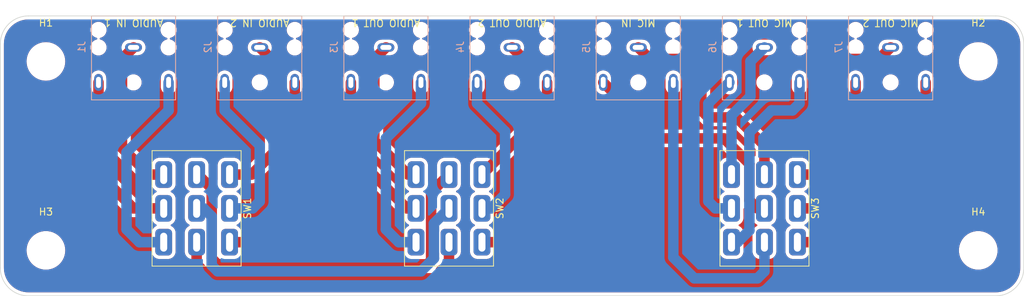
<source format=kicad_pcb>
(kicad_pcb (version 20211014) (generator pcbnew)
  (title_block (title "Audio multiplexer") (date "15/07/2022") (company "(C) Adrien RICCIARDI"))
  (layers (0 "F.Cu" signal) (31 "B.Cu" signal) (34 "B.Paste" user) (35 "F.Paste" user) (36 "B.SilkS" user "B.Silkscreen") (37 "F.SilkS" user "F.Silkscreen") (38 "B.Mask" user) (39 "F.Mask" user) (44 "Edge.Cuts" user))
  (net 0 "")
  (net 1 "Net-(J1-Pad1)")
  (net 2 "Net-(J1-Pad2)")
  (net 3 "Net-(J1-Pad5)")
  (net 4 "Net-(J2-Pad1)")
  (net 5 "Net-(J2-Pad2)")
  (net 6 "Net-(J2-Pad5)")
  (net 7 "Net-(J3-Pad1)")
  (net 8 "Net-(J3-Pad2)")
  (net 9 "Net-(J3-Pad5)")
  (net 10 "Net-(J4-Pad1)")
  (net 11 "Net-(J4-Pad2)")
  (net 12 "Net-(J4-Pad5)")
  (net 13 "Net-(J5-Pad1)")
  (net 14 "Net-(J5-Pad2)")
  (net 15 "Net-(J5-Pad5)")
  (net 16 "Net-(J6-Pad1)")
  (net 17 "Net-(J6-Pad2)")
  (net 18 "Net-(J6-Pad5)")
  (net 19 "Net-(J7-Pad1)")
  (net 20 "Net-(J7-Pad2)")
  (net 21 "Net-(J7-Pad5)")
  (net 22 "Net-(SW1-Pad2)")
  (net 23 "Net-(SW1-Pad5)")
  (net 24 "Net-(SW1-Pad8)")
  (footprint "MountingHole:MountingHole_4.5mm" (layer "F.Cu") (at 83.5 81)
    (fp_text reference "H1" (at 0 -5.5) (layer "F.SilkS"))
    (fp_text value "MountingHole" hide)
    (pad "" np_thru_hole circle (at 0 0) (size 4.5 4.5) (drill 4.5) (layers *.Cu *.Mask))
  )
  (footprint "MountingHole:MountingHole_4.5mm" (layer "F.Cu") (at 216.5 108)
    (fp_text reference "H4" (at 0 -5.5) (layer "F.SilkS"))
    (fp_text value "MountingHole" hide)
    (pad "" np_thru_hole circle (at 0 0) (size 4.5 4.5) (drill 4.5) (layers *.Cu *.Mask))
  )
  (footprint "7301SYZQE:7301SYZQE" (layer "F.Cu") (at 186 102 90)
    (fp_text reference "SW3" (at 0 7.25 90 unlocked) (layer "F.SilkS"))
    (fp_text value "7301SYZQE" hide)
    (fp_line (start 8.255 6.35) (end -8.255 6.35) (layer "F.SilkS") (width 0.12))
    (fp_line (start -8.255 6.35) (end -8.255 -6.35) (layer "F.SilkS") (width 0.12))
    (fp_line (start -8.255 -6.35) (end 8.255 -6.35) (layer "F.SilkS") (width 0.12))
    (fp_line (start 8.255 -6.35) (end 8.255 6.35) (layer "F.SilkS") (width 0.12))
    (pad "1" thru_hole roundrect (at -4.83 4.7 90) (size 3.8 2.4) (drill oval 2.7 1) (layers *.Cu *.Mask) (net 21 "Net-(J7-Pad5)"))
    (pad "2" thru_hole roundrect (at -4.83 0 90) (size 3.8 2.4) (drill oval 2.7 1) (layers *.Cu *.Mask) (net 15 "Net-(J5-Pad5)"))
    (pad "3" thru_hole roundrect (at -4.83 -4.7 90) (size 3.8 2.4) (drill oval 2.7 1) (layers *.Cu *.Mask) (net 18 "Net-(J6-Pad5)"))
    (pad "4" thru_hole roundrect (at 0 4.7 90) (size 3.8 2.4) (drill oval 2.7 1) (layers *.Cu *.Mask) (net 20 "Net-(J7-Pad2)"))
    (pad "5" thru_hole roundrect (at 0 0 90) (size 3.8 2.4) (drill oval 2.7 1) (layers *.Cu *.Mask) (net 14 "Net-(J5-Pad2)"))
    (pad "6" thru_hole roundrect (at 0 -4.7 90) (size 3.8 2.4) (drill oval 2.7 1) (layers *.Cu *.Mask) (net 17 "Net-(J6-Pad2)"))
    (pad "7" thru_hole roundrect (at 4.83 4.7 90) (size 3.8 2.4) (drill oval 2.7 1) (layers *.Cu *.Mask) (net 19 "Net-(J7-Pad1)"))
    (pad "8" thru_hole roundrect (at 4.83 0 90) (size 3.8 2.4) (drill oval 2.7 1) (layers *.Cu *.Mask) (net 13 "Net-(J5-Pad1)"))
    (pad "9" thru_hole roundrect (at 4.83 -4.7 90) (size 3.8 2.4) (drill oval 2.7 1) (layers *.Cu *.Mask) (net 16 "Net-(J6-Pad1)"))
  )
  (footprint "7301SYZQE:7301SYZQE" (layer "F.Cu") (at 141 102 90)
    (fp_text reference "SW2" (at 0 7.25 90 unlocked) (layer "F.SilkS"))
    (fp_text value "7301SYZQE" hide)
    (fp_line (start 8.255 6.35) (end -8.255 6.35) (layer "F.SilkS") (width 0.12))
    (fp_line (start -8.255 -6.35) (end 8.255 -6.35) (layer "F.SilkS") (width 0.12))
    (fp_line (start -8.255 6.35) (end -8.255 -6.35) (layer "F.SilkS") (width 0.12))
    (fp_line (start 8.255 -6.35) (end 8.255 6.35) (layer "F.SilkS") (width 0.12))
    (pad "1" thru_hole roundrect (at -4.83 4.7 90) (size 3.8 2.4) (drill oval 2.7 1) (layers *.Cu *.Mask) (net 12 "Net-(J4-Pad5)"))
    (pad "2" thru_hole roundrect (at -4.83 0 90) (size 3.8 2.4) (drill oval 2.7 1) (layers *.Cu *.Mask) (net 22 "Net-(SW1-Pad2)"))
    (pad "3" thru_hole roundrect (at -4.83 -4.7 90) (size 3.8 2.4) (drill oval 2.7 1) (layers *.Cu *.Mask) (net 9 "Net-(J3-Pad5)"))
    (pad "4" thru_hole roundrect (at 0 4.7 90) (size 3.8 2.4) (drill oval 2.7 1) (layers *.Cu *.Mask) (net 11 "Net-(J4-Pad2)"))
    (pad "5" thru_hole roundrect (at 0 0 90) (size 3.8 2.4) (drill oval 2.7 1) (layers *.Cu *.Mask) (net 23 "Net-(SW1-Pad5)"))
    (pad "6" thru_hole roundrect (at 0 -4.7 90) (size 3.8 2.4) (drill oval 2.7 1) (layers *.Cu *.Mask) (net 8 "Net-(J3-Pad2)"))
    (pad "7" thru_hole roundrect (at 4.83 4.7 90) (size 3.8 2.4) (drill oval 2.7 1) (layers *.Cu *.Mask) (net 10 "Net-(J4-Pad1)"))
    (pad "8" thru_hole roundrect (at 4.83 0 90) (size 3.8 2.4) (drill oval 2.7 1) (layers *.Cu *.Mask) (net 24 "Net-(SW1-Pad8)"))
    (pad "9" thru_hole roundrect (at 4.83 -4.7 90) (size 3.8 2.4) (drill oval 2.7 1) (layers *.Cu *.Mask) (net 7 "Net-(J3-Pad1)"))
  )
  (footprint "7301SYZQE:7301SYZQE" (layer "F.Cu") (at 105 102 90)
    (fp_text reference "SW1" (at 0 7.25 90 unlocked) (layer "F.SilkS"))
    (fp_text value "7301SYZQE" hide)
    (fp_line (start -8.255 6.35) (end -8.255 -6.35) (layer "F.SilkS") (width 0.12))
    (fp_line (start 8.255 6.35) (end -8.255 6.35) (layer "F.SilkS") (width 0.12))
    (fp_line (start -8.255 -6.35) (end 8.255 -6.35) (layer "F.SilkS") (width 0.12))
    (fp_line (start 8.255 -6.35) (end 8.255 6.35) (layer "F.SilkS") (width 0.12))
    (pad "1" thru_hole roundrect (at -4.83 4.7 90) (size 3.8 2.4) (drill oval 2.7 1) (layers *.Cu *.Mask) (net 6 "Net-(J2-Pad5)"))
    (pad "2" thru_hole roundrect (at -4.83 0 90) (size 3.8 2.4) (drill oval 2.7 1) (layers *.Cu *.Mask) (net 22 "Net-(SW1-Pad2)"))
    (pad "3" thru_hole roundrect (at -4.83 -4.7 90) (size 3.8 2.4) (drill oval 2.7 1) (layers *.Cu *.Mask) (net 3 "Net-(J1-Pad5)"))
    (pad "4" thru_hole roundrect (at 0 4.7 90) (size 3.8 2.4) (drill oval 2.7 1) (layers *.Cu *.Mask) (net 5 "Net-(J2-Pad2)"))
    (pad "5" thru_hole roundrect (at 0 0 90) (size 3.8 2.4) (drill oval 2.7 1) (layers *.Cu *.Mask) (net 23 "Net-(SW1-Pad5)"))
    (pad "6" thru_hole roundrect (at 0 -4.7 90) (size 3.8 2.4) (drill oval 2.7 1) (layers *.Cu *.Mask) (net 2 "Net-(J1-Pad2)"))
    (pad "7" thru_hole roundrect (at 4.83 4.7 90) (size 3.8 2.4) (drill oval 2.7 1) (layers *.Cu *.Mask) (net 4 "Net-(J2-Pad1)"))
    (pad "8" thru_hole roundrect (at 4.83 0 90) (size 3.8 2.4) (drill oval 2.7 1) (layers *.Cu *.Mask) (net 24 "Net-(SW1-Pad8)"))
    (pad "9" thru_hole roundrect (at 4.83 -4.7 90) (size 3.8 2.4) (drill oval 2.7 1) (layers *.Cu *.Mask) (net 1 "Net-(J1-Pad1)"))
  )
  (footprint "MountingHole:MountingHole_4.5mm" (layer "F.Cu") (at 83.5 108)
    (fp_text reference "H3" (at 0 -5.5) (layer "F.SilkS"))
    (fp_text value "MountingHole" hide)
    (pad "" np_thru_hole circle (at 0 0) (size 4.5 4.5) (drill 4.5) (layers *.Cu *.Mask))
  )
  (footprint "MountingHole:MountingHole_4.5mm" (layer "F.Cu") (at 216.5 81)
    (fp_text reference "H2" (at 0 -5.5) (layer "F.SilkS"))
    (fp_text value "MountingHole" hide)
    (pad "" np_thru_hole circle (at 0 0) (size 4.5 4.5) (drill 4.5) (layers *.Cu *.Mask))
  )
  (footprint "FC68131:FC68131" (layer "B.Cu") (at 204 79 -90)
    (fp_text reference "J7" (at -0.055 7.389 90) (layer "B.SilkS") (effects (justify mirror)))
    (fp_text value "FC68131" hide)
    (fp_line (start -4.5 -6) (end -4.5 6) (layer "B.SilkS") (width 0.127))
    (fp_line (start 7.5 -6) (end -4.5 -6) (layer "B.SilkS") (width 0.127))
    (fp_line (start 7.5 6) (end 7.5 -6) (layer "B.SilkS") (width 0.127))
    (fp_line (start -4.5 6) (end 7.5 6) (layer "B.SilkS") (width 0.127))
    (pad "" np_thru_hole circle (at 0 5 270) (size 1.3 1.3) (drill 1.3) (layers *.Cu *.Mask))
    (pad "" np_thru_hole circle (at 5 0 270) (size 1.3 1.3) (drill 1.3) (layers *.Cu *.Mask))
    (pad "" np_thru_hole circle (at 0 -5 270) (size 1.3 1.3) (drill 1.3) (layers *.Cu *.Mask))
    (pad "" np_thru_hole circle (at -2.5 -5 270) (size 1.3 1.3) (drill 1.3) (layers *.Cu *.Mask))
    (pad "" np_thru_hole circle (at -2.5 5 270) (size 1.3 1.3) (drill 1.3) (layers *.Cu *.Mask))
    (pad "1" thru_hole oval (at 0 0 270) (size 1.208 2.416) (drill oval 0.7 1.6) (layers *.Cu *.Mask) (net 19 "Net-(J7-Pad1)"))
    (pad "2" thru_hole oval (at 5 5 270) (size 2.416 1.208) (drill oval 1.6 0.7) (layers *.Cu *.Mask) (net 20 "Net-(J7-Pad2)"))
    (pad "5" thru_hole oval (at 5 -5 270) (size 2.416 1.208) (drill oval 1.6 0.7) (layers *.Cu *.Mask) (net 21 "Net-(J7-Pad5)"))
  )
  (footprint "FC68131:FC68131" (layer "B.Cu") (at 132 79 -90)
    (fp_text reference "J3" (at -0.055 7.389 90) (layer "B.SilkS") (effects (justify mirror)))
    (fp_text value "FC68131" hide)
    (fp_line (start -4.5 -6) (end -4.5 6) (layer "B.SilkS") (width 0.127))
    (fp_line (start 7.5 6) (end 7.5 -6) (layer "B.SilkS") (width 0.127))
    (fp_line (start 7.5 -6) (end -4.5 -6) (layer "B.SilkS") (width 0.127))
    (fp_line (start -4.5 6) (end 7.5 6) (layer "B.SilkS") (width 0.127))
    (pad "" np_thru_hole circle (at -2.5 -5 270) (size 1.3 1.3) (drill 1.3) (layers *.Cu *.Mask))
    (pad "" np_thru_hole circle (at 5 0 270) (size 1.3 1.3) (drill 1.3) (layers *.Cu *.Mask))
    (pad "" np_thru_hole circle (at -2.5 5 270) (size 1.3 1.3) (drill 1.3) (layers *.Cu *.Mask))
    (pad "" np_thru_hole circle (at 0 -5 270) (size 1.3 1.3) (drill 1.3) (layers *.Cu *.Mask))
    (pad "" np_thru_hole circle (at 0 5 270) (size 1.3 1.3) (drill 1.3) (layers *.Cu *.Mask))
    (pad "1" thru_hole oval (at 0 0 270) (size 1.208 2.416) (drill oval 0.7 1.6) (layers *.Cu *.Mask) (net 7 "Net-(J3-Pad1)"))
    (pad "2" thru_hole oval (at 5 5 270) (size 2.416 1.208) (drill oval 1.6 0.7) (layers *.Cu *.Mask) (net 8 "Net-(J3-Pad2)"))
    (pad "5" thru_hole oval (at 5 -5 270) (size 2.416 1.208) (drill oval 1.6 0.7) (layers *.Cu *.Mask) (net 9 "Net-(J3-Pad5)"))
  )
  (footprint "FC68131:FC68131" (layer "B.Cu") (at 150 79 -90)
    (fp_text reference "J4" (at -0.055 7.389 90) (layer "B.SilkS") (effects (justify mirror)))
    (fp_text value "FC68131" hide)
    (fp_line (start -4.5 6) (end 7.5 6) (layer "B.SilkS") (width 0.127))
    (fp_line (start 7.5 -6) (end -4.5 -6) (layer "B.SilkS") (width 0.127))
    (fp_line (start -4.5 -6) (end -4.5 6) (layer "B.SilkS") (width 0.127))
    (fp_line (start 7.5 6) (end 7.5 -6) (layer "B.SilkS") (width 0.127))
    (pad "" np_thru_hole circle (at 0 -5 270) (size 1.3 1.3) (drill 1.3) (layers *.Cu *.Mask))
    (pad "" np_thru_hole circle (at -2.5 5 270) (size 1.3 1.3) (drill 1.3) (layers *.Cu *.Mask))
    (pad "" np_thru_hole circle (at 0 5 270) (size 1.3 1.3) (drill 1.3) (layers *.Cu *.Mask))
    (pad "" np_thru_hole circle (at 5 0 270) (size 1.3 1.3) (drill 1.3) (layers *.Cu *.Mask))
    (pad "" np_thru_hole circle (at -2.5 -5 270) (size 1.3 1.3) (drill 1.3) (layers *.Cu *.Mask))
    (pad "1" thru_hole oval (at 0 0 270) (size 1.208 2.416) (drill oval 0.7 1.6) (layers *.Cu *.Mask) (net 10 "Net-(J4-Pad1)"))
    (pad "2" thru_hole oval (at 5 5 270) (size 2.416 1.208) (drill oval 1.6 0.7) (layers *.Cu *.Mask) (net 11 "Net-(J4-Pad2)"))
    (pad "5" thru_hole oval (at 5 -5 270) (size 2.416 1.208) (drill oval 1.6 0.7) (layers *.Cu *.Mask) (net 12 "Net-(J4-Pad5)"))
  )
  (footprint "FC68131:FC68131" (layer "B.Cu") (at 168 79 -90)
    (fp_text reference "J5" (at -0.055 7.389 90) (layer "B.SilkS") (effects (justify mirror)))
    (fp_text value "FC68131" hide)
    (fp_line (start 7.5 -6) (end -4.5 -6) (layer "B.SilkS") (width 0.127))
    (fp_line (start 7.5 6) (end 7.5 -6) (layer "B.SilkS") (width 0.127))
    (fp_line (start -4.5 6) (end 7.5 6) (layer "B.SilkS") (width 0.127))
    (fp_line (start -4.5 -6) (end -4.5 6) (layer "B.SilkS") (width 0.127))
    (pad "" np_thru_hole circle (at 5 0 270) (size 1.3 1.3) (drill 1.3) (layers *.Cu *.Mask))
    (pad "" np_thru_hole circle (at 0 -5 270) (size 1.3 1.3) (drill 1.3) (layers *.Cu *.Mask))
    (pad "" np_thru_hole circle (at 0 5 270) (size 1.3 1.3) (drill 1.3) (layers *.Cu *.Mask))
    (pad "" np_thru_hole circle (at -2.5 -5 270) (size 1.3 1.3) (drill 1.3) (layers *.Cu *.Mask))
    (pad "" np_thru_hole circle (at -2.5 5 270) (size 1.3 1.3) (drill 1.3) (layers *.Cu *.Mask))
    (pad "1" thru_hole oval (at 0 0 270) (size 1.208 2.416) (drill oval 0.7 1.6) (layers *.Cu *.Mask) (net 13 "Net-(J5-Pad1)"))
    (pad "2" thru_hole oval (at 5 5 270) (size 2.416 1.208) (drill oval 1.6 0.7) (layers *.Cu *.Mask) (net 14 "Net-(J5-Pad2)"))
    (pad "5" thru_hole oval (at 5 -5 270) (size 2.416 1.208) (drill oval 1.6 0.7) (layers *.Cu *.Mask) (net 15 "Net-(J5-Pad5)"))
  )
  (footprint "FC68131:FC68131" (layer "B.Cu") (at 96 79 -90)
    (fp_text reference "J1" (at -0.055 7.389 90) (layer "B.SilkS") (effects (justify mirror)))
    (fp_text value "FC68131" hide)
    (fp_line (start 7.5 -6) (end -4.5 -6) (layer "B.SilkS") (width 0.127))
    (fp_line (start 7.5 6) (end 7.5 -6) (layer "B.SilkS") (width 0.127))
    (fp_line (start -4.5 -6) (end -4.5 6) (layer "B.SilkS") (width 0.127))
    (fp_line (start -4.5 6) (end 7.5 6) (layer "B.SilkS") (width 0.127))
    (pad "" np_thru_hole circle (at 0 5 270) (size 1.3 1.3) (drill 1.3) (layers *.Cu *.Mask))
    (pad "" np_thru_hole circle (at -2.5 -5 270) (size 1.3 1.3) (drill 1.3) (layers *.Cu *.Mask))
    (pad "" np_thru_hole circle (at -2.5 5 270) (size 1.3 1.3) (drill 1.3) (layers *.Cu *.Mask))
    (pad "" np_thru_hole circle (at 0 -5 270) (size 1.3 1.3) (drill 1.3) (layers *.Cu *.Mask))
    (pad "" np_thru_hole circle (at 5 0 270) (size 1.3 1.3) (drill 1.3) (layers *.Cu *.Mask))
    (pad "1" thru_hole oval (at 0 0 270) (size 1.208 2.416) (drill oval 0.7 1.6) (layers *.Cu *.Mask) (net 1 "Net-(J1-Pad1)"))
    (pad "2" thru_hole oval (at 5 5 270) (size 2.416 1.208) (drill oval 1.6 0.7) (layers *.Cu *.Mask) (net 2 "Net-(J1-Pad2)"))
    (pad "5" thru_hole oval (at 5 -5 270) (size 2.416 1.208) (drill oval 1.6 0.7) (layers *.Cu *.Mask) (net 3 "Net-(J1-Pad5)"))
  )
  (footprint "FC68131:FC68131" (layer "B.Cu") (at 186 79 -90)
    (fp_text reference "J6" (at -0.055 7.389 90) (layer "B.SilkS") (effects (justify mirror)))
    (fp_text value "FC68131" hide)
    (fp_line (start 7.5 6) (end 7.5 -6) (layer "B.SilkS") (width 0.127))
    (fp_line (start -4.5 -6) (end -4.5 6) (layer "B.SilkS") (width 0.127))
    (fp_line (start 7.5 -6) (end -4.5 -6) (layer "B.SilkS") (width 0.127))
    (fp_line (start -4.5 6) (end 7.5 6) (layer "B.SilkS") (width 0.127))
    (pad "" np_thru_hole circle (at 0 5 270) (size 1.3 1.3) (drill 1.3) (layers *.Cu *.Mask))
    (pad "" np_thru_hole circle (at 0 -5 270) (size 1.3 1.3) (drill 1.3) (layers *.Cu *.Mask))
    (pad "" np_thru_hole circle (at -2.5 5 270) (size 1.3 1.3) (drill 1.3) (layers *.Cu *.Mask))
    (pad "" np_thru_hole circle (at -2.5 -5 270) (size 1.3 1.3) (drill 1.3) (layers *.Cu *.Mask))
    (pad "" np_thru_hole circle (at 5 0 270) (size 1.3 1.3) (drill 1.3) (layers *.Cu *.Mask))
    (pad "1" thru_hole oval (at 0 0 270) (size 1.208 2.416) (drill oval 0.7 1.6) (layers *.Cu *.Mask) (net 16 "Net-(J6-Pad1)"))
    (pad "2" thru_hole oval (at 5 5 270) (size 2.416 1.208) (drill oval 1.6 0.7) (layers *.Cu *.Mask) (net 17 "Net-(J6-Pad2)"))
    (pad "5" thru_hole oval (at 5 -5 270) (size 2.416 1.208) (drill oval 1.6 0.7) (layers *.Cu *.Mask) (net 18 "Net-(J6-Pad5)"))
  )
  (footprint "FC68131:FC68131" (layer "B.Cu") (at 114 79 -90)
    (fp_text reference "J2" (at -0.055 7.389 90) (layer "B.SilkS") (effects (justify mirror)))
    (fp_text value "FC68131" hide)
    (fp_line (start -4.5 -6) (end -4.5 6) (layer "B.SilkS") (width 0.127))
    (fp_line (start 7.5 6) (end 7.5 -6) (layer "B.SilkS") (width 0.127))
    (fp_line (start -4.5 6) (end 7.5 6) (layer "B.SilkS") (width 0.127))
    (fp_line (start 7.5 -6) (end -4.5 -6) (layer "B.SilkS") (width 0.127))
    (pad "" np_thru_hole circle (at -2.5 -5 270) (size 1.3 1.3) (drill 1.3) (layers *.Cu *.Mask))
    (pad "" np_thru_hole circle (at 5 0 270) (size 1.3 1.3) (drill 1.3) (layers *.Cu *.Mask))
    (pad "" np_thru_hole circle (at -2.5 5 270) (size 1.3 1.3) (drill 1.3) (layers *.Cu *.Mask))
    (pad "" np_thru_hole circle (at 0 -5 270) (size 1.3 1.3) (drill 1.3) (layers *.Cu *.Mask))
    (pad "" np_thru_hole circle (at 0 5 270) (size 1.3 1.3) (drill 1.3) (layers *.Cu *.Mask))
    (pad "1" thru_hole oval (at 0 0 270) (size 1.208 2.416) (drill oval 0.7 1.6) (layers *.Cu *.Mask) (net 4 "Net-(J2-Pad1)"))
    (pad "2" thru_hole oval (at 5 5 270) (size 2.416 1.208) (drill oval 1.6 0.7) (layers *.Cu *.Mask) (net 5 "Net-(J2-Pad2)"))
    (pad "5" thru_hole oval (at 5 -5 270) (size 2.416 1.208) (drill oval 1.6 0.7) (layers *.Cu *.Mask) (net 6 "Net-(J2-Pad5)"))
  )
  (gr_line (start 77 78.5) (end 77 110.5) (layer "Edge.Cuts") (width 0.1))
  (gr_arc (start 77 78.5) (mid 78.171573 75.671573) (end 81 74.5) (layer "Edge.Cuts") (width 0.1))
  (gr_arc (start 219 74.5) (mid 221.828427 75.671573) (end 223 78.5) (layer "Edge.Cuts") (width 0.1))
  (gr_arc (start 223 110.5) (mid 221.828427 113.328427) (end 219 114.5) (layer "Edge.Cuts") (width 0.1))
  (gr_line (start 81 114.5) (end 219 114.5) (layer "Edge.Cuts") (width 0.1))
  (gr_line (start 223 78.5) (end 223 110.5) (layer "Edge.Cuts") (width 0.1))
  (gr_line (start 219 74.5) (end 81 74.5) (layer "Edge.Cuts") (width 0.1))
  (gr_arc (start 81 114.5) (mid 78.171573 113.328427) (end 77 110.5) (layer "Edge.Cuts") (width 0.1))
  (gr_text "AUDIO OUT 1" (at 132 75.5 180) (layer "F.SilkS") (effects (font (size 1 1))))
  (gr_text "AUDIO IN 1" (at 96 75.5 180) (layer "F.SilkS") (effects (font (size 1 1))))
  (gr_text "MIC IN" (at 168 75.5 180) (layer "F.SilkS") (effects (font (size 1 1))))
  (gr_text "AUDIO OUT 2" (at 150 75.5 180) (layer "F.SilkS") (effects (font (size 1 1))))
  (gr_text "MIC OUT 1" (at 186 75.5 180) (layer "F.SilkS") (effects (font (size 1 1))))
  (gr_text "MIC OUT 2" (at 204 75.5 180) (layer "F.SilkS") (effects (font (size 1 1))))
  (gr_text "AUDIO IN 2" (at 114 75.5 180) (layer "F.SilkS") (effects (font (size 1 1))))
  (segment (start 98.17 97.17) (end 100.3 97.17) (width 1.5) (layer "F.Cu") (net 1))
  (segment (start 94.349999 93.349999) (end 98.17 97.17) (width 1.5) (layer "F.Cu") (net 1))
  (segment (start 96 79) (end 94.349999 80.650001) (width 1.5) (layer "F.Cu") (net 1))
  (segment (start 94.349999 80.650001) (end 94.349999 93.349999) (width 1.5) (layer "F.Cu") (net 1))
  (segment (start 91 97) (end 96 102) (width 1.5) (layer "F.Cu") (net 2))
  (segment (start 91 84) (end 91 97) (width 1.5) (layer "F.Cu") (net 2))
  (segment (start 96 102) (end 100.3 102) (width 1.5) (layer "F.Cu") (net 2))
  (segment (start 96.83 106.83) (end 100.3 106.83) (width 1.5) (layer "B.Cu") (net 3))
  (segment (start 95 94) (end 95 105) (width 1.5) (layer "B.Cu") (net 3))
  (segment (start 95 105) (end 96.83 106.83) (width 1.5) (layer "B.Cu") (net 3))
  (segment (start 101 84) (end 101 88) (width 1.5) (layer "B.Cu") (net 3))
  (segment (start 101 88) (end 95 94) (width 1.5) (layer "B.Cu") (net 3))
  (segment (start 114 79) (end 116 81) (width 1.5) (layer "F.Cu") (net 4))
  (segment (start 116 94) (end 112.83 97.17) (width 1.5) (layer "F.Cu") (net 4))
  (segment (start 112.83 97.17) (end 109.7 97.17) (width 1.5) (layer "F.Cu") (net 4))
  (segment (start 116 81) (end 116 94) (width 1.5) (layer "F.Cu") (net 4))
  (segment (start 114 101) (end 113 102) (width 1.5) (layer "B.Cu") (net 5))
  (segment (start 113 102) (end 109.7 102) (width 1.5) (layer "B.Cu") (net 5))
  (segment (start 109 88) (end 114 93) (width 1.5) (layer "B.Cu") (net 5))
  (segment (start 114 93) (end 114 101) (width 1.5) (layer "B.Cu") (net 5))
  (segment (start 109 84) (end 109 88) (width 1.5) (layer "B.Cu") (net 5))
  (segment (start 113.17 106.83) (end 119 101) (width 1.5) (layer "F.Cu") (net 6))
  (segment (start 119 101) (end 119 84) (width 1.5) (layer "F.Cu") (net 6))
  (segment (start 109.7 106.83) (end 113.17 106.83) (width 1.5) (layer "F.Cu") (net 6))
  (segment (start 136.3 97.17) (end 135.17 97.17) (width 1.5) (layer "F.Cu") (net 7))
  (segment (start 130.349999 80.650001) (end 132 79) (width 1.5) (layer "F.Cu") (net 7))
  (segment (start 135.17 97.17) (end 130.349999 92.349999) (width 1.5) (layer "F.Cu") (net 7))
  (segment (start 130.349999 92.349999) (end 130.349999 80.650001) (width 1.5) (layer "F.Cu") (net 7))
  (segment (start 136.3 102) (end 135 102) (width 1.5) (layer "F.Cu") (net 8))
  (segment (start 135 102) (end 127 94) (width 1.5) (layer "F.Cu") (net 8))
  (segment (start 127 94) (end 127 84) (width 1.5) (layer "F.Cu") (net 8))
  (segment (start 132 92) (end 132 105) (width 1.5) (layer "B.Cu") (net 9))
  (segment (start 137 84) (end 137 87) (width 1.5) (layer "B.Cu") (net 9))
  (segment (start 132 105) (end 133.83 106.83) (width 1.5) (layer "B.Cu") (net 9))
  (segment (start 137 87) (end 132 92) (width 1.5) (layer "B.Cu") (net 9))
  (segment (start 133.83 106.83) (end 136.3 106.83) (width 1.5) (layer "B.Cu") (net 9))
  (segment (start 152 90.87) (end 152 81) (width 1.5) (layer "F.Cu") (net 10))
  (segment (start 145.7 97.17) (end 152 90.87) (width 1.5) (layer "F.Cu") (net 10))
  (segment (start 152 81) (end 150 79) (width 1.5) (layer "F.Cu") (net 10))
  (segment (start 145 87) (end 149 91) (width 1.5) (layer "B.Cu") (net 11))
  (segment (start 145.7 102) (end 147 102) (width 1.5) (layer "B.Cu") (net 11))
  (segment (start 145 84) (end 145 87) (width 1.5) (layer "B.Cu") (net 11))
  (segment (start 149 91) (end 149 100) (width 1.5) (layer "B.Cu") (net 11))
  (segment (start 147 102) (end 149 100) (width 1.5) (layer "B.Cu") (net 11))
  (segment (start 155 84) (end 155 101) (width 1.5) (layer "F.Cu") (net 12))
  (segment (start 155 101) (end 149.17 106.83) (width 1.5) (layer "F.Cu") (net 12))
  (segment (start 149.17 106.83) (end 145.7 106.83) (width 1.5) (layer "F.Cu") (net 12))
  (segment (start 175.650001 80.650001) (end 169.650001 80.650001) (width 1.5) (layer "F.Cu") (net 13))
  (segment (start 177 88) (end 177 82) (width 1.5) (layer "F.Cu") (net 13))
  (segment (start 186 93) (end 182 89) (width 1.5) (layer "F.Cu") (net 13))
  (segment (start 178 89) (end 177 88) (width 1.5) (layer "F.Cu") (net 13))
  (segment (start 186 97.17) (end 186 93) (width 1.5) (layer "F.Cu") (net 13))
  (segment (start 177 82) (end 175.650001 80.650001) (width 1.5) (layer "F.Cu") (net 13))
  (segment (start 169.650001 80.650001) (end 168 79) (width 1.5) (layer "F.Cu") (net 13))
  (segment (start 182 89) (end 178 89) (width 1.5) (layer "F.Cu") (net 13))
  (segment (start 183.85 100.85) (end 183.85 95.627969) (width 1.5) (layer "F.Cu") (net 14))
  (segment (start 186 102) (end 185 102) (width 1.5) (layer "F.Cu") (net 14))
  (segment (start 180.22203 92) (end 171 92) (width 1.5) (layer "F.Cu") (net 14))
  (segment (start 183.85 95.627969) (end 180.22203 92) (width 1.5) (layer "F.Cu") (net 14))
  (segment (start 185 102) (end 183.85 100.85) (width 1.5) (layer "F.Cu") (net 14))
  (segment (start 171 92) (end 163 84) (width 1.5) (layer "F.Cu") (net 14))
  (segment (start 173 109) (end 176 112) (width 1.5) (layer "B.Cu") (net 15))
  (segment (start 186 111) (end 186 106.83) (width 1.5) (layer "B.Cu") (net 15))
  (segment (start 185 112) (end 186 111) (width 1.5) (layer "B.Cu") (net 15))
  (segment (start 176 112) (end 185 112) (width 1.5) (layer "B.Cu") (net 15))
  (segment (start 173 84) (end 173 109) (width 1.5) (layer "B.Cu") (net 15))
  (segment (start 181.3 88.7) (end 184 86) (width 1.5) (layer "B.Cu") (net 16))
  (segment (start 181.3 97.17) (end 181.3 88.7) (width 1.5) (layer "B.Cu") (net 16))
  (segment (start 184 86) (end 184 81) (width 1.5) (layer "B.Cu") (net 16))
  (segment (start 184 81) (end 186 79) (width 1.5) (layer "B.Cu") (net 16))
  (segment (start 179 102) (end 178 101) (width 1.5) (layer "B.Cu") (net 17))
  (segment (start 181.3 102) (end 179 102) (width 1.5) (layer "B.Cu") (net 17))
  (segment (start 178 101) (end 178 87) (width 1.5) (layer "B.Cu") (net 17))
  (segment (start 178 87) (end 181 84) (width 1.5) (layer "B.Cu") (net 17))
  (segment (start 191 84) (end 191 87) (width 1.5) (layer "B.Cu") (net 18))
  (segment (start 181.3 106.83) (end 182.17 106.83) (width 1.5) (layer "B.Cu") (net 18))
  (segment (start 191 87) (end 190 88) (width 1.5) (layer "B.Cu") (net 18))
  (segment (start 183.85 91.15) (end 187 88) (width 1.5) (layer "B.Cu") (net 18))
  (segment (start 182.17 106.83) (end 183.85 105.15) (width 1.5) (layer "B.Cu") (net 18))
  (segment (start 187 88) (end 190 88) (width 1.5) (layer "B.Cu") (net 18))
  (segment (start 183.85 105.15) (end 183.85 91.15) (width 1.5) (layer "B.Cu") (net 18))
  (segment (start 192.83 97.17) (end 190.7 97.17) (width 1.5) (layer "F.Cu") (net 19))
  (segment (start 204 79) (end 202.349999 80.650001) (width 1.5) (layer "F.Cu") (net 19))
  (segment (start 195 95) (end 192.83 97.17) (width 1.5) (layer "F.Cu") (net 19))
  (segment (start 197.349999 80.650001) (end 195 83) (width 1.5) (layer "F.Cu") (net 19))
  (segment (start 195 83) (end 195 95) (width 1.5) (layer "F.Cu") (net 19))
  (segment (start 202.349999 80.650001) (end 197.349999 80.650001) (width 1.5) (layer "F.Cu") (net 19))
  (segment (start 190.7 102) (end 195 102) (width 1.5) (layer "F.Cu") (net 20))
  (segment (start 199 98) (end 199 84) (width 1.5) (layer "F.Cu") (net 20))
  (segment (start 195 102) (end 199 98) (width 1.5) (layer "F.Cu") (net 20))
  (segment (start 190.7 106.83) (end 200.17 106.83) (width 1.5) (layer "F.Cu") (net 21))
  (segment (start 200.17 106.83) (end 209 98) (width 1.5) (layer "F.Cu") (net 21))
  (segment (start 209 98) (end 209 84) (width 1.5) (layer "F.Cu") (net 21))
  (segment (start 140 112) (end 141 111) (width 1.5) (layer "F.Cu") (net 22))
  (segment (start 107 112) (end 140 112) (width 1.5) (layer "F.Cu") (net 22))
  (segment (start 141 111) (end 141 106.83) (width 1.5) (layer "F.Cu") (net 22))
  (segment (start 105 110) (end 107 112) (width 1.5) (layer "F.Cu") (net 22))
  (segment (start 105 106.83) (end 105 110) (width 1.5) (layer "F.Cu") (net 22))
  (segment (start 107.15 103.15) (end 106 102) (width 1.5) (layer "B.Cu") (net 23))
  (segment (start 138.85 104.15) (end 138.85 109.15) (width 1.5) (layer "B.Cu") (net 23))
  (segment (start 108 111) (end 107.15 110.15) (width 1.5) (layer "B.Cu") (net 23))
  (segment (start 106 102) (end 105 102) (width 1.5) (layer "B.Cu") (net 23))
  (segment (start 138.85 109.15) (end 137 111) (width 1.5) (layer "B.Cu") (net 23))
  (segment (start 141 102) (end 138.85 104.15) (width 1.5) (layer "B.Cu") (net 23))
  (segment (start 107.15 110.15) (end 107.15 103.15) (width 1.5) (layer "B.Cu") (net 23))
  (segment (start 137 111) (end 108 111) (width 1.5) (layer "B.Cu") (net 23))
  (segment (start 105.17 97.17) (end 105 97.17) (width 1.5) (layer "F.Cu") (net 24))
  (segment (start 141 97.17) (end 138.45 99.72) (width 1.5) (layer "F.Cu") (net 24))
  (segment (start 107.15 109.15) (end 107.15 99.15) (width 1.5) (layer "F.Cu") (net 24))
  (segment (start 108 110) (end 107.15 109.15) (width 1.5) (layer "F.Cu") (net 24))
  (segment (start 138.45 99.72) (end 138.45 109.45) (width 1.5) (layer "F.Cu") (net 24))
  (segment (start 137.9 110) (end 108 110) (width 1.5) (layer "F.Cu") (net 24))
  (segment (start 107.15 99.15) (end 105.17 97.17) (width 1.5) (layer "F.Cu") (net 24))
  (segment (start 138.45 109.45) (end 137.9 110) (width 1.5) (layer "F.Cu") (net 24))
  (zone (net 0) (net_name "") (layers F&B.Cu) (connect_pads (clearance 0.508)) (min_thickness 0.254) (fill yes (thermal_gap 0.508) (thermal_bridge_width 0.508))
    (polygon (pts (xy 223 114.5) (xy 77 114.5) (xy 77 74.5) (xy 223 74.5)))
  )
)
</source>
